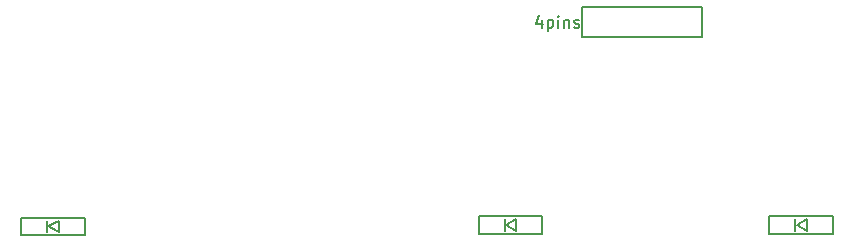
<source format=gbr>
G04 #@! TF.GenerationSoftware,KiCad,Pcbnew,(5.1.6-0-10_14)*
G04 #@! TF.CreationDate,2023-01-09T16:33:12+09:00*
G04 #@! TF.ProjectId,cool644,636f6f6c-3634-4342-9e6b-696361645f70,rev?*
G04 #@! TF.SameCoordinates,Original*
G04 #@! TF.FileFunction,Legend,Top*
G04 #@! TF.FilePolarity,Positive*
%FSLAX46Y46*%
G04 Gerber Fmt 4.6, Leading zero omitted, Abs format (unit mm)*
G04 Created by KiCad (PCBNEW (5.1.6-0-10_14)) date 2023-01-09 16:33:12*
%MOMM*%
%LPD*%
G01*
G04 APERTURE LIST*
%ADD10C,0.150000*%
G04 APERTURE END LIST*
D10*
X163790000Y133060000D02*
X164690000Y133560000D01*
X164690000Y133560000D02*
X164690000Y132560000D01*
X164690000Y132560000D02*
X163790000Y133060000D01*
X163690000Y133560000D02*
X163690000Y132560000D01*
X166890000Y133810000D02*
X161490000Y133810000D01*
X161490000Y133810000D02*
X161490000Y132310000D01*
X161490000Y132310000D02*
X166890000Y132310000D01*
X166890000Y132310000D02*
X166890000Y133810000D01*
X170270000Y149000000D02*
X180430000Y149000000D01*
X170270000Y151540000D02*
X180430000Y151540000D01*
X180430000Y151540000D02*
X180430000Y149000000D01*
X170270000Y149000000D02*
X170270000Y151540000D01*
X128170000Y132200000D02*
X128170000Y133700000D01*
X122770000Y132200000D02*
X128170000Y132200000D01*
X122770000Y133700000D02*
X122770000Y132200000D01*
X128170000Y133700000D02*
X122770000Y133700000D01*
X124970000Y133450000D02*
X124970000Y132450000D01*
X125970000Y132450000D02*
X125070000Y132950000D01*
X125970000Y133450000D02*
X125970000Y132450000D01*
X125070000Y132950000D02*
X125970000Y133450000D01*
X191510000Y132320000D02*
X191510000Y133820000D01*
X186110000Y132320000D02*
X191510000Y132320000D01*
X186110000Y133820000D02*
X186110000Y132320000D01*
X191510000Y133820000D02*
X186110000Y133820000D01*
X188310000Y133570000D02*
X188310000Y132570000D01*
X189310000Y132570000D02*
X188410000Y133070000D01*
X189310000Y133570000D02*
X189310000Y132570000D01*
X188410000Y133070000D02*
X189310000Y133570000D01*
X166822857Y150464285D02*
X166822857Y149797619D01*
X166584761Y150845238D02*
X166346666Y150130952D01*
X166965714Y150130952D01*
X167346666Y150464285D02*
X167346666Y149464285D01*
X167346666Y150416666D02*
X167441904Y150464285D01*
X167632380Y150464285D01*
X167727619Y150416666D01*
X167775238Y150369047D01*
X167822857Y150273809D01*
X167822857Y149988095D01*
X167775238Y149892857D01*
X167727619Y149845238D01*
X167632380Y149797619D01*
X167441904Y149797619D01*
X167346666Y149845238D01*
X168251428Y149797619D02*
X168251428Y150464285D01*
X168251428Y150797619D02*
X168203809Y150750000D01*
X168251428Y150702380D01*
X168299047Y150750000D01*
X168251428Y150797619D01*
X168251428Y150702380D01*
X168727619Y150464285D02*
X168727619Y149797619D01*
X168727619Y150369047D02*
X168775238Y150416666D01*
X168870476Y150464285D01*
X169013333Y150464285D01*
X169108571Y150416666D01*
X169156190Y150321428D01*
X169156190Y149797619D01*
X169584761Y149845238D02*
X169680000Y149797619D01*
X169870476Y149797619D01*
X169965714Y149845238D01*
X170013333Y149940476D01*
X170013333Y149988095D01*
X169965714Y150083333D01*
X169870476Y150130952D01*
X169727619Y150130952D01*
X169632380Y150178571D01*
X169584761Y150273809D01*
X169584761Y150321428D01*
X169632380Y150416666D01*
X169727619Y150464285D01*
X169870476Y150464285D01*
X169965714Y150416666D01*
M02*

</source>
